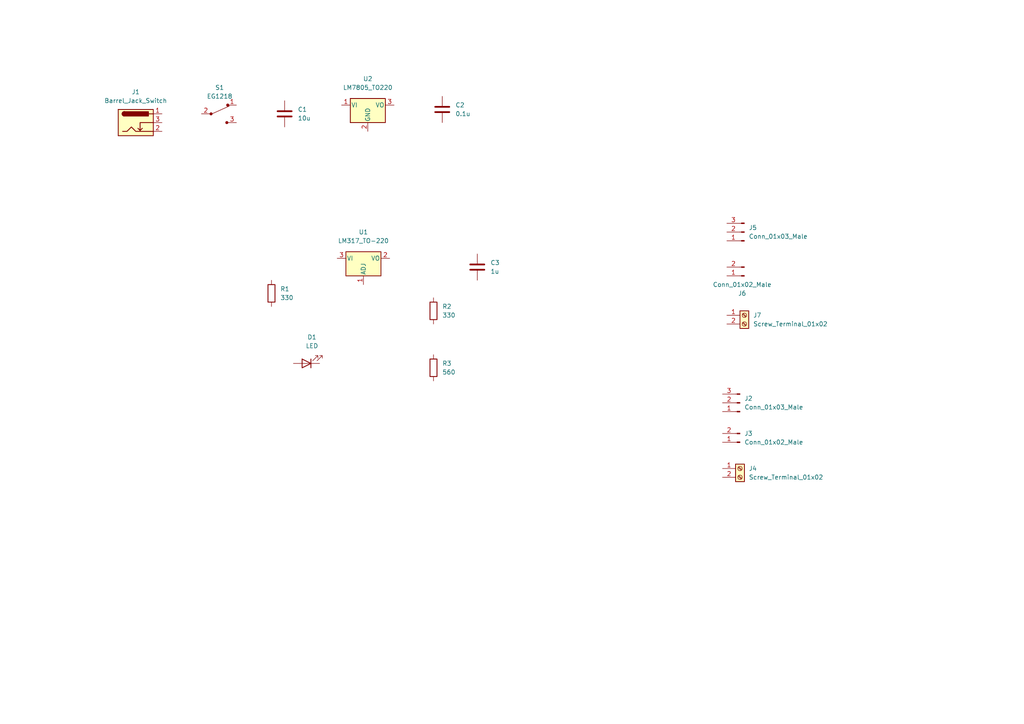
<source format=kicad_sch>
(kicad_sch (version 20211123) (generator eeschema)
  (paper "A4")
  (title_block (title "Learning KiCad with a simple project") (date "2022-10-16") (rev "1.0.0") (company "Domisoft"))
  (lib_symbols
    (symbol "Connector:Barrel_Jack_Switch" (pin_names hide)
      (property "Reference" "J" (at 0 5.334 0))
      (property "Value" "Barrel_Jack_Switch" (at 0 -5.08 0))
      (symbol "Barrel_Jack_Switch_0_1"
        (rectangle (start -5.08 3.81) (end 5.08 -3.81) (stroke (width 0.254)) (fill (type background)))
        (arc (start -3.302 3.175) (mid -3.937 2.54) (end -3.302 1.905) (stroke (width 0.254)))
        (arc (start -3.302 3.175) (mid -3.937 2.54) (end -3.302 1.905) (stroke (width 0.254)) (fill (type outline)))
        (polyline (pts (xy 1.27 -2.286) (xy 1.905 -1.651)) (stroke (width 0.254)))
        (polyline (pts (xy 5.08 2.54) (xy 3.81 2.54)) (stroke (width 0.254)))
        (polyline (pts (xy 5.08 0) (xy 1.27 0) (xy 1.27 -2.286) (xy 0.635 -1.651)) (stroke (width 0.254)))
        (polyline (pts (xy -3.81 -2.54) (xy -2.54 -2.54) (xy -1.27 -1.27) (xy 0 -2.54) (xy 2.54 -2.54) (xy 5.08 -2.54)) (stroke (width 0.254)))
        (rectangle (start 3.683 3.175) (end -3.302 1.905) (stroke (width 0.254)) (fill (type outline)))
      )
      (symbol "Barrel_Jack_Switch_1_1"
        (pin passive line (at 7.62 2.54 180) (length 2.54) (name "~") (number "1"))
        (pin passive line (at 7.62 -2.54 180) (length 2.54) (name "~") (number "2"))
        (pin passive line (at 7.62 0 180) (length 2.54) (name "~") (number "3"))
      )
    )
    (symbol "Connector:Conn_01x02_Male" (pin_names (offset 1.016) hide)
      (property "Reference" "J" (at 0 2.54 0))
      (property "Value" "Conn_01x02_Male" (at 0 -5.08 0))
      (symbol "Conn_01x02_Male_1_1"
        (polyline (pts (xy 1.27 -2.54) (xy 0.8636 -2.54)) (stroke (width 0.1524)))
        (polyline (pts (xy 1.27 0) (xy 0.8636 0)) (stroke (width 0.1524)))
        (rectangle (start 0.8636 -2.413) (end 0 -2.667) (stroke (width 0.1524)) (fill (type outline)))
        (rectangle (start 0.8636 0.127) (end 0 -0.127) (stroke (width 0.1524)) (fill (type outline)))
        (pin passive line (at 5.08 0 180) (length 3.81) (name "Pin_1") (number "1"))
        (pin passive line (at 5.08 -2.54 180) (length 3.81) (name "Pin_2") (number "2"))
      )
    )
    (symbol "Connector:Conn_01x03_Male" (pin_names (offset 1.016) hide)
      (property "Reference" "J" (at 0 5.08 0))
      (property "Value" "Conn_01x03_Male" (at 0 -5.08 0))
      (symbol "Conn_01x03_Male_1_1"
        (polyline (pts (xy 1.27 -2.54) (xy 0.8636 -2.54)) (stroke (width 0.1524)))
        (polyline (pts (xy 1.27 0) (xy 0.8636 0)) (stroke (width 0.1524)))
        (polyline (pts (xy 1.27 2.54) (xy 0.8636 2.54)) (stroke (width 0.1524)))
        (rectangle (start 0.8636 -2.413) (end 0 -2.667) (stroke (width 0.1524)) (fill (type outline)))
        (rectangle (start 0.8636 0.127) (end 0 -0.127) (stroke (width 0.1524)) (fill (type outline)))
        (rectangle (start 0.8636 2.667) (end 0 2.413) (stroke (width 0.1524)) (fill (type outline)))
        (pin passive line (at 5.08 2.54 180) (length 3.81) (name "Pin_1") (number "1"))
        (pin passive line (at 5.08 0 180) (length 3.81) (name "Pin_2") (number "2"))
        (pin passive line (at 5.08 -2.54 180) (length 3.81) (name "Pin_3") (number "3"))
      )
    )
    (symbol "Connector:Screw_Terminal_01x02" (pin_names (offset 1.016) hide)
      (property "Reference" "J" (at 0 2.54 0))
      (property "Value" "Screw_Terminal_01x02" (at 0 -5.08 0))
      (symbol "Screw_Terminal_01x02_1_1"
        (rectangle (start -1.27 1.27) (end 1.27 -3.81) (stroke (width 0.254)) (fill (type background)))
        (circle (center 0 -2.54) (radius 0.635) (stroke (width 0.1524)))
        (polyline (pts (xy -0.5334 -2.2098) (xy 0.3302 -3.048)) (stroke (width 0.1524)))
        (polyline (pts (xy -0.5334 0.3302) (xy 0.3302 -0.508)) (stroke (width 0.1524)))
        (polyline (pts (xy -0.3556 -2.032) (xy 0.508 -2.8702)) (stroke (width 0.1524)))
        (polyline (pts (xy -0.3556 0.508) (xy 0.508 -0.3302)) (stroke (width 0.1524)))
        (circle (center 0 0) (radius 0.635) (stroke (width 0.1524)))
        (pin passive line (at -5.08 0 0) (length 3.81) (name "Pin_1") (number "1"))
        (pin passive line (at -5.08 -2.54 0) (length 3.81) (name "Pin_2") (number "2"))
      )
    )
    (symbol "Device:C" (pin_numbers hide) (pin_names (offset 0.254))
      (property "Reference" "C" (at 0.635 2.54 0))
      (property "Value" "C" (at 0.635 -2.54 0))
      (symbol "C_0_1"
        (polyline (pts (xy -2.032 -0.762) (xy 2.032 -0.762)) (stroke (width 0.508)))
        (polyline (pts (xy -2.032 0.762) (xy 2.032 0.762)) (stroke (width 0.508)))
      )
      (symbol "C_1_1"
        (pin passive line (at 0 3.81 270) (length 2.794) (name "~") (number "1"))
        (pin passive line (at 0 -3.81 90) (length 2.794) (name "~") (number "2"))
      )
    )
    (symbol "Device:LED" (pin_numbers hide) (pin_names (offset 1.016) hide)
      (property "Reference" "D" (at 0 2.54 0))
      (property "Value" "LED" (at 0 -2.54 0))
      (symbol "LED_0_1"
        (polyline (pts (xy -1.27 -1.27) (xy -1.27 1.27)) (stroke (width 0.254)))
        (polyline (pts (xy -1.27 0) (xy 1.27 0)))
        (polyline (pts (xy 1.27 -1.27) (xy 1.27 1.27) (xy -1.27 0) (xy 1.27 -1.27)) (stroke (width 0.254)))
        (polyline (pts (xy -3.048 -0.762) (xy -4.572 -2.286) (xy -3.81 -2.286) (xy -4.572 -2.286) (xy -4.572 -1.524)))
        (polyline (pts (xy -1.778 -0.762) (xy -3.302 -2.286) (xy -2.54 -2.286) (xy -3.302 -2.286) (xy -3.302 -1.524)))
      )
      (symbol "LED_1_1"
        (pin passive line (at -3.81 0 0) (length 2.54) (name "K") (number "1"))
        (pin passive line (at 3.81 0 180) (length 2.54) (name "A") (number "2"))
      )
    )
    (symbol "Device:R" (pin_numbers hide) (pin_names (offset 0))
      (property "Reference" "R" (at 2.032 0 90))
      (property "Value" "R" (at 0 0 90))
      (symbol "R_0_1"
        (rectangle (start -1.016 -2.54) (end 1.016 2.54) (stroke (width 0.254)))
      )
      (symbol "R_1_1"
        (pin passive line (at 0 3.81 270) (length 1.27) (name "~") (number "1"))
        (pin passive line (at 0 -3.81 90) (length 1.27) (name "~") (number "2"))
      )
    )
    (symbol "Regulator_Linear:LM317_TO-220" (pin_names (offset 0.254))
      (property "Reference" "U" (at -3.81 3.175 0))
      (property "Value" "LM317_TO-220" (at 0 3.175 0))
      (symbol "LM317_TO-220_0_1"
        (rectangle (start -5.08 1.905) (end 5.08 -5.08) (stroke (width 0.254)) (fill (type background)))
      )
      (symbol "LM317_TO-220_1_1"
        (pin input line (at 0 -7.62 90) (length 2.54) (name "ADJ") (number "1"))
        (pin power_out line (at 7.62 0 180) (length 2.54) (name "VO") (number "2"))
        (pin power_in line (at -7.62 0 0) (length 2.54) (name "VI") (number "3"))
      )
    )
    (symbol "Regulator_Linear:LM7805_TO220" (pin_names (offset 0.254))
      (property "Reference" "U" (at -3.81 3.175 0))
      (property "Value" "LM7805_TO220" (at 0 3.175 0))
      (symbol "LM7805_TO220_0_1"
        (rectangle (start -5.08 1.905) (end 5.08 -5.08) (stroke (width 0.254)) (fill (type background)))
      )
      (symbol "LM7805_TO220_1_1"
        (pin power_in line (at -7.62 0 0) (length 2.54) (name "VI") (number "1"))
        (pin power_in line (at 0 -7.62 90) (length 2.54) (name "GND") (number "2"))
        (pin power_out line (at 7.62 0 180) (length 2.54) (name "VO") (number "3"))
      )
    )
    (symbol "dk_Slide-Switches:EG1218" (pin_names (offset 0))
      (property "Reference" "S" (at -3.81 2.286 0))
      (property "Value" "EG1218" (at 0 -5.334 0))
      (symbol "EG1218_0_1"
        (circle (center -2.286 0) (radius 0.3556) (fill (type outline)))
        (polyline (pts (xy -2.032 0) (xy 3.048 2.286)))
        (circle (center 2.286 -2.54) (radius 0.3556) (fill (type outline)))
        (circle (center 2.54 2.54) (radius 0.3556) (fill (type outline)))
      )
      (symbol "EG1218_1_1"
        (pin passive line (at 5.08 2.54 180) (length 2.54) (name "~") (number "1"))
        (pin passive line (at -5.08 0 0) (length 2.54) (name "~") (number "2"))
        (pin passive line (at 5.08 -2.54 180) (length 2.54) (name "~") (number "3"))
      )
    )
  )
  (symbol (lib_id "Device:R") (at 125.73 90.17 180) (unit 1)
    (property "Reference" "R2" (at 128.27 88.8999 0) (effects (justify right)))
    (property "Value" "330" (at 128.27 91.4399 0) (effects (justify right)))
    (property "Footprint" "Resistor_THT:R_Axial_DIN0204_L3.6mm_D1.6mm_P7.62mm_Horizontal" (effects hide))
  )
  (symbol (lib_id "Device:C") (at 138.43 77.47 0) (unit 1)
    (property "Reference" "C3" (at 142.24 76.1999 0) (effects (justify left)))
    (property "Value" "1u" (at 142.24 78.7399 0) (effects (justify left)))
    (property "Footprint" "Capacitor_THT:C_Disc_D3.0mm_W1.6mm_P2.50mm" (effects hide))
  )
  (symbol (lib_id "Device:R") (at 78.74 85.09 180) (unit 1)
    (property "Reference" "R1" (at 81.28 83.8199 0) (effects (justify right)))
    (property "Value" "330" (at 81.28 86.3599 0) (effects (justify right)))
    (property "Footprint" "Resistor_THT:R_Axial_DIN0204_L3.6mm_D1.6mm_P7.62mm_Horizontal" (effects hide))
  )
  (symbol (lib_id "Device:R") (at 125.73 106.68 180) (unit 1)
    (property "Reference" "R3" (at 128.27 105.4099 0) (effects (justify right)))
    (property "Value" "560" (at 128.27 107.9499 0) (effects (justify right)))
    (property "Footprint" "Resistor_THT:R_Axial_DIN0204_L3.6mm_D1.6mm_P7.62mm_Horizontal" (effects hide))
  )
  (symbol (lib_id "Connector:Screw_Terminal_01x02") (at 214.63 135.89 0) (unit 1)
    (property "Reference" "J4" (at 217.17 135.8899 0) (effects (justify left)))
    (property "Value" "Screw_Terminal_01x02" (at 217.17 138.4299 0) (effects (justify left)))
    (property "Footprint" "TerminalBlock:TerminalBlock_bornier-2_P5.08mm" (effects hide))
  )
  (symbol (lib_id "Device:C") (at 82.55 33.02 0) (unit 1)
    (property "Reference" "C1" (at 86.36 31.7499 0) (effects (justify left)))
    (property "Value" "10u" (at 86.36 34.2899 0) (effects (justify left)))
    (property "Footprint" "Capacitor_THT:C_Disc_D3.0mm_W1.6mm_P2.50mm" (effects hide))
  )
  (symbol (lib_id "Connector:Conn_01x03_Male") (at 214.63 116.84 180) (unit 1)
    (property "Reference" "J2" (at 215.9 115.5699 0) (effects (justify right)))
    (property "Value" "Conn_01x03_Male" (at 215.9 118.1099 0) (effects (justify right)))
    (property "Footprint" "Connector_PinHeader_2.54mm:PinHeader_1x03_P2.54mm_Vertical" (effects hide))
  )
  (symbol (lib_id "Regulator_Linear:LM317_TO-220") (at 105.41 74.93 0) (unit 1)
    (property "Reference" "U1" (at 105.41 67.31 0))
    (property "Value" "LM317_TO-220" (at 105.41 69.85 0))
    (property "Footprint" "Package_TO_SOT_THT:TO-220-3_Vertical" (effects hide))
    (property "Datasheet" "http://www.ti.com/lit/ds/symlink/lm317.pdf" (effects hide))
  )
  (symbol (lib_id "Connector:Barrel_Jack_Switch") (at 39.37 35.56 0) (unit 1)
    (property "Reference" "J1" (at 39.37 26.67 0))
    (property "Value" "Barrel_Jack_Switch" (at 39.37 29.21 0))
    (property "Footprint" "Connector_BarrelJack:BarrelJack_Horizontal" (effects hide))
  )
  (symbol (lib_id "Connector:Screw_Terminal_01x02") (at 215.9 91.44 0) (unit 1)
    (property "Reference" "J7" (at 218.44 91.4399 0) (effects (justify left)))
    (property "Value" "Screw_Terminal_01x02" (at 218.44 93.9799 0) (effects (justify left)))
    (property "Footprint" "TerminalBlock:TerminalBlock_bornier-2_P5.08mm" (effects hide))
  )
  (symbol (lib_id "Device:LED") (at 88.9 105.41 180) (unit 1)
    (property "Reference" "D1" (at 90.4875 97.79 0))
    (property "Value" "LED" (at 90.4875 100.33 0))
    (property "Footprint" "LED_THT:LED_D5.0mm" (effects hide))
  )
  (symbol (lib_id "Device:C") (at 128.27 31.75 0) (unit 1)
    (property "Reference" "C2" (at 132.08 30.4799 0) (effects (justify left)))
    (property "Value" "0.1u" (at 132.08 33.0199 0) (effects (justify left)))
    (property "Footprint" "Capacitor_THT:C_Disc_D3.0mm_W1.6mm_P2.50mm" (effects hide))
  )
  (symbol (lib_id "Connector:Conn_01x03_Male") (at 215.9 67.31 180) (unit 1)
    (property "Reference" "J5" (at 217.17 66.0399 0) (effects (justify right)))
    (property "Value" "Conn_01x03_Male" (at 217.17 68.5799 0) (effects (justify right)))
    (property "Footprint" "Connector_PinHeader_2.54mm:PinHeader_1x03_P2.54mm_Vertical" (effects hide))
  )
  (symbol (lib_id "dk_Slide-Switches:EG1218") (at 63.5 33.02 0) (unit 1)
    (property "Reference" "S1" (at 63.7032 25.4 0))
    (property "Value" "EG1218" (at 63.7032 27.94 0))
    (property "Footprint" "digikey-footprints:Switch_Slide_11.6x4mm_EG1218" (effects hide))
    (property "Datasheet" "http://spec_sheets.e-switch.com/specs/P040040.pdf" (effects hide))
    (property "Digi-Key_PN" "EG1903-ND" (effects hide))
    (property "MPN" "EG1218" (effects hide))
    (property "Category" "Switches" (effects hide))
    (property "Family" "Slide Switches" (effects hide))
    (property "DK_Datasheet_Link" "http://spec_sheets.e-switch.com/specs/P040040.pdf" (effects hide))
    (property "DK_Detail_Page" "/product-detail/en/e-switch/EG1218/EG1903-ND/101726" (effects hide))
    (property "Description" "SWITCH SLIDE SPDT 200MA 30V" (effects hide))
    (property "Manufacturer" "E-Switch" (effects hide))
    (property "Status" "Active" (effects hide))
  )
  (symbol (lib_id "Regulator_Linear:LM7805_TO220") (at 106.68 30.48 0) (unit 1)
    (property "Reference" "U2" (at 106.68 22.86 0))
    (property "Value" "LM7805_TO220" (at 106.68 25.4 0))
    (property "Footprint" "Package_TO_SOT_THT:TO-220-3_Vertical" (effects hide))
    (property "Datasheet" "https://www.onsemi.cn/PowerSolutions/document/MC7800-D.PDF" (effects hide))
  )
  (symbol (lib_id "Connector:Conn_01x02_Male") (at 215.9 80.01 180) (unit 1)
    (property "Reference" "J6" (at 215.265 85.09 0))
    (property "Value" "Conn_01x02_Male" (at 215.265 82.55 0))
    (property "Footprint" "Connector_PinHeader_2.54mm:PinHeader_1x02_P2.54mm_Vertical" (effects hide))
  )
  (symbol (lib_id "Connector:Conn_01x02_Male") (at 214.63 128.27 180) (unit 1)
    (property "Reference" "J3" (at 215.9 125.7299 0) (effects (justify right)))
    (property "Value" "Conn_01x02_Male" (at 215.9 128.2699 0) (effects (justify right)))
    (property "Footprint" "Connector_PinHeader_2.54mm:PinHeader_1x02_P2.54mm_Vertical" (effects hide))
  )
)
</source>
